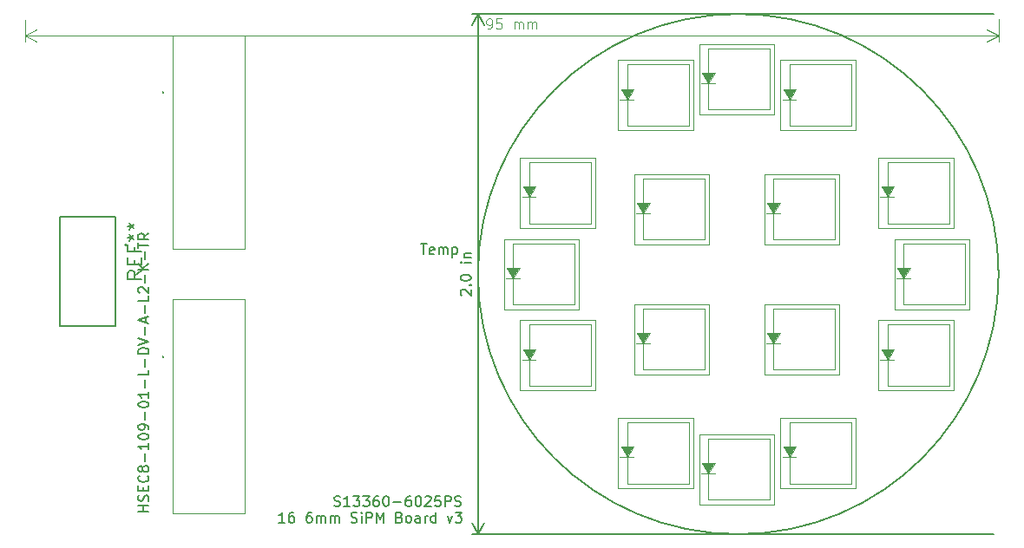
<source format=gbr>
%TF.GenerationSoftware,KiCad,Pcbnew,9.0.2*%
%TF.CreationDate,2025-05-27T17:54:28-07:00*%
%TF.ProjectId,16_6mSiPMs_9,31365f36-6d53-4695-904d-735f392e6b69,rev?*%
%TF.SameCoordinates,Original*%
%TF.FileFunction,Legend,Top*%
%TF.FilePolarity,Positive*%
%FSLAX46Y46*%
G04 Gerber Fmt 4.6, Leading zero omitted, Abs format (unit mm)*
G04 Created by KiCad (PCBNEW 9.0.2) date 2025-05-27 17:54:28*
%MOMM*%
%LPD*%
G01*
G04 APERTURE LIST*
%ADD10C,0.150000*%
%ADD11C,0.100000*%
%ADD12C,0.120000*%
%ADD13C,0.200000*%
%ADD14C,0.127000*%
G04 APERTURE END LIST*
D10*
X249000000Y-102800000D02*
G75*
G02*
X198200000Y-102800000I-25400000J0D01*
G01*
X198200000Y-102800000D02*
G75*
G02*
X249000000Y-102800000I25400000J0D01*
G01*
X184189160Y-125422200D02*
X184332017Y-125469819D01*
X184332017Y-125469819D02*
X184570112Y-125469819D01*
X184570112Y-125469819D02*
X184665350Y-125422200D01*
X184665350Y-125422200D02*
X184712969Y-125374580D01*
X184712969Y-125374580D02*
X184760588Y-125279342D01*
X184760588Y-125279342D02*
X184760588Y-125184104D01*
X184760588Y-125184104D02*
X184712969Y-125088866D01*
X184712969Y-125088866D02*
X184665350Y-125041247D01*
X184665350Y-125041247D02*
X184570112Y-124993628D01*
X184570112Y-124993628D02*
X184379636Y-124946009D01*
X184379636Y-124946009D02*
X184284398Y-124898390D01*
X184284398Y-124898390D02*
X184236779Y-124850771D01*
X184236779Y-124850771D02*
X184189160Y-124755533D01*
X184189160Y-124755533D02*
X184189160Y-124660295D01*
X184189160Y-124660295D02*
X184236779Y-124565057D01*
X184236779Y-124565057D02*
X184284398Y-124517438D01*
X184284398Y-124517438D02*
X184379636Y-124469819D01*
X184379636Y-124469819D02*
X184617731Y-124469819D01*
X184617731Y-124469819D02*
X184760588Y-124517438D01*
X185712969Y-125469819D02*
X185141541Y-125469819D01*
X185427255Y-125469819D02*
X185427255Y-124469819D01*
X185427255Y-124469819D02*
X185332017Y-124612676D01*
X185332017Y-124612676D02*
X185236779Y-124707914D01*
X185236779Y-124707914D02*
X185141541Y-124755533D01*
X186046303Y-124469819D02*
X186665350Y-124469819D01*
X186665350Y-124469819D02*
X186332017Y-124850771D01*
X186332017Y-124850771D02*
X186474874Y-124850771D01*
X186474874Y-124850771D02*
X186570112Y-124898390D01*
X186570112Y-124898390D02*
X186617731Y-124946009D01*
X186617731Y-124946009D02*
X186665350Y-125041247D01*
X186665350Y-125041247D02*
X186665350Y-125279342D01*
X186665350Y-125279342D02*
X186617731Y-125374580D01*
X186617731Y-125374580D02*
X186570112Y-125422200D01*
X186570112Y-125422200D02*
X186474874Y-125469819D01*
X186474874Y-125469819D02*
X186189160Y-125469819D01*
X186189160Y-125469819D02*
X186093922Y-125422200D01*
X186093922Y-125422200D02*
X186046303Y-125374580D01*
X186998684Y-124469819D02*
X187617731Y-124469819D01*
X187617731Y-124469819D02*
X187284398Y-124850771D01*
X187284398Y-124850771D02*
X187427255Y-124850771D01*
X187427255Y-124850771D02*
X187522493Y-124898390D01*
X187522493Y-124898390D02*
X187570112Y-124946009D01*
X187570112Y-124946009D02*
X187617731Y-125041247D01*
X187617731Y-125041247D02*
X187617731Y-125279342D01*
X187617731Y-125279342D02*
X187570112Y-125374580D01*
X187570112Y-125374580D02*
X187522493Y-125422200D01*
X187522493Y-125422200D02*
X187427255Y-125469819D01*
X187427255Y-125469819D02*
X187141541Y-125469819D01*
X187141541Y-125469819D02*
X187046303Y-125422200D01*
X187046303Y-125422200D02*
X186998684Y-125374580D01*
X188474874Y-124469819D02*
X188284398Y-124469819D01*
X188284398Y-124469819D02*
X188189160Y-124517438D01*
X188189160Y-124517438D02*
X188141541Y-124565057D01*
X188141541Y-124565057D02*
X188046303Y-124707914D01*
X188046303Y-124707914D02*
X187998684Y-124898390D01*
X187998684Y-124898390D02*
X187998684Y-125279342D01*
X187998684Y-125279342D02*
X188046303Y-125374580D01*
X188046303Y-125374580D02*
X188093922Y-125422200D01*
X188093922Y-125422200D02*
X188189160Y-125469819D01*
X188189160Y-125469819D02*
X188379636Y-125469819D01*
X188379636Y-125469819D02*
X188474874Y-125422200D01*
X188474874Y-125422200D02*
X188522493Y-125374580D01*
X188522493Y-125374580D02*
X188570112Y-125279342D01*
X188570112Y-125279342D02*
X188570112Y-125041247D01*
X188570112Y-125041247D02*
X188522493Y-124946009D01*
X188522493Y-124946009D02*
X188474874Y-124898390D01*
X188474874Y-124898390D02*
X188379636Y-124850771D01*
X188379636Y-124850771D02*
X188189160Y-124850771D01*
X188189160Y-124850771D02*
X188093922Y-124898390D01*
X188093922Y-124898390D02*
X188046303Y-124946009D01*
X188046303Y-124946009D02*
X187998684Y-125041247D01*
X189189160Y-124469819D02*
X189284398Y-124469819D01*
X189284398Y-124469819D02*
X189379636Y-124517438D01*
X189379636Y-124517438D02*
X189427255Y-124565057D01*
X189427255Y-124565057D02*
X189474874Y-124660295D01*
X189474874Y-124660295D02*
X189522493Y-124850771D01*
X189522493Y-124850771D02*
X189522493Y-125088866D01*
X189522493Y-125088866D02*
X189474874Y-125279342D01*
X189474874Y-125279342D02*
X189427255Y-125374580D01*
X189427255Y-125374580D02*
X189379636Y-125422200D01*
X189379636Y-125422200D02*
X189284398Y-125469819D01*
X189284398Y-125469819D02*
X189189160Y-125469819D01*
X189189160Y-125469819D02*
X189093922Y-125422200D01*
X189093922Y-125422200D02*
X189046303Y-125374580D01*
X189046303Y-125374580D02*
X188998684Y-125279342D01*
X188998684Y-125279342D02*
X188951065Y-125088866D01*
X188951065Y-125088866D02*
X188951065Y-124850771D01*
X188951065Y-124850771D02*
X188998684Y-124660295D01*
X188998684Y-124660295D02*
X189046303Y-124565057D01*
X189046303Y-124565057D02*
X189093922Y-124517438D01*
X189093922Y-124517438D02*
X189189160Y-124469819D01*
X189951065Y-125088866D02*
X190712970Y-125088866D01*
X191617731Y-124469819D02*
X191427255Y-124469819D01*
X191427255Y-124469819D02*
X191332017Y-124517438D01*
X191332017Y-124517438D02*
X191284398Y-124565057D01*
X191284398Y-124565057D02*
X191189160Y-124707914D01*
X191189160Y-124707914D02*
X191141541Y-124898390D01*
X191141541Y-124898390D02*
X191141541Y-125279342D01*
X191141541Y-125279342D02*
X191189160Y-125374580D01*
X191189160Y-125374580D02*
X191236779Y-125422200D01*
X191236779Y-125422200D02*
X191332017Y-125469819D01*
X191332017Y-125469819D02*
X191522493Y-125469819D01*
X191522493Y-125469819D02*
X191617731Y-125422200D01*
X191617731Y-125422200D02*
X191665350Y-125374580D01*
X191665350Y-125374580D02*
X191712969Y-125279342D01*
X191712969Y-125279342D02*
X191712969Y-125041247D01*
X191712969Y-125041247D02*
X191665350Y-124946009D01*
X191665350Y-124946009D02*
X191617731Y-124898390D01*
X191617731Y-124898390D02*
X191522493Y-124850771D01*
X191522493Y-124850771D02*
X191332017Y-124850771D01*
X191332017Y-124850771D02*
X191236779Y-124898390D01*
X191236779Y-124898390D02*
X191189160Y-124946009D01*
X191189160Y-124946009D02*
X191141541Y-125041247D01*
X192332017Y-124469819D02*
X192427255Y-124469819D01*
X192427255Y-124469819D02*
X192522493Y-124517438D01*
X192522493Y-124517438D02*
X192570112Y-124565057D01*
X192570112Y-124565057D02*
X192617731Y-124660295D01*
X192617731Y-124660295D02*
X192665350Y-124850771D01*
X192665350Y-124850771D02*
X192665350Y-125088866D01*
X192665350Y-125088866D02*
X192617731Y-125279342D01*
X192617731Y-125279342D02*
X192570112Y-125374580D01*
X192570112Y-125374580D02*
X192522493Y-125422200D01*
X192522493Y-125422200D02*
X192427255Y-125469819D01*
X192427255Y-125469819D02*
X192332017Y-125469819D01*
X192332017Y-125469819D02*
X192236779Y-125422200D01*
X192236779Y-125422200D02*
X192189160Y-125374580D01*
X192189160Y-125374580D02*
X192141541Y-125279342D01*
X192141541Y-125279342D02*
X192093922Y-125088866D01*
X192093922Y-125088866D02*
X192093922Y-124850771D01*
X192093922Y-124850771D02*
X192141541Y-124660295D01*
X192141541Y-124660295D02*
X192189160Y-124565057D01*
X192189160Y-124565057D02*
X192236779Y-124517438D01*
X192236779Y-124517438D02*
X192332017Y-124469819D01*
X193046303Y-124565057D02*
X193093922Y-124517438D01*
X193093922Y-124517438D02*
X193189160Y-124469819D01*
X193189160Y-124469819D02*
X193427255Y-124469819D01*
X193427255Y-124469819D02*
X193522493Y-124517438D01*
X193522493Y-124517438D02*
X193570112Y-124565057D01*
X193570112Y-124565057D02*
X193617731Y-124660295D01*
X193617731Y-124660295D02*
X193617731Y-124755533D01*
X193617731Y-124755533D02*
X193570112Y-124898390D01*
X193570112Y-124898390D02*
X192998684Y-125469819D01*
X192998684Y-125469819D02*
X193617731Y-125469819D01*
X194522493Y-124469819D02*
X194046303Y-124469819D01*
X194046303Y-124469819D02*
X193998684Y-124946009D01*
X193998684Y-124946009D02*
X194046303Y-124898390D01*
X194046303Y-124898390D02*
X194141541Y-124850771D01*
X194141541Y-124850771D02*
X194379636Y-124850771D01*
X194379636Y-124850771D02*
X194474874Y-124898390D01*
X194474874Y-124898390D02*
X194522493Y-124946009D01*
X194522493Y-124946009D02*
X194570112Y-125041247D01*
X194570112Y-125041247D02*
X194570112Y-125279342D01*
X194570112Y-125279342D02*
X194522493Y-125374580D01*
X194522493Y-125374580D02*
X194474874Y-125422200D01*
X194474874Y-125422200D02*
X194379636Y-125469819D01*
X194379636Y-125469819D02*
X194141541Y-125469819D01*
X194141541Y-125469819D02*
X194046303Y-125422200D01*
X194046303Y-125422200D02*
X193998684Y-125374580D01*
X194998684Y-125469819D02*
X194998684Y-124469819D01*
X194998684Y-124469819D02*
X195379636Y-124469819D01*
X195379636Y-124469819D02*
X195474874Y-124517438D01*
X195474874Y-124517438D02*
X195522493Y-124565057D01*
X195522493Y-124565057D02*
X195570112Y-124660295D01*
X195570112Y-124660295D02*
X195570112Y-124803152D01*
X195570112Y-124803152D02*
X195522493Y-124898390D01*
X195522493Y-124898390D02*
X195474874Y-124946009D01*
X195474874Y-124946009D02*
X195379636Y-124993628D01*
X195379636Y-124993628D02*
X194998684Y-124993628D01*
X195951065Y-125422200D02*
X196093922Y-125469819D01*
X196093922Y-125469819D02*
X196332017Y-125469819D01*
X196332017Y-125469819D02*
X196427255Y-125422200D01*
X196427255Y-125422200D02*
X196474874Y-125374580D01*
X196474874Y-125374580D02*
X196522493Y-125279342D01*
X196522493Y-125279342D02*
X196522493Y-125184104D01*
X196522493Y-125184104D02*
X196474874Y-125088866D01*
X196474874Y-125088866D02*
X196427255Y-125041247D01*
X196427255Y-125041247D02*
X196332017Y-124993628D01*
X196332017Y-124993628D02*
X196141541Y-124946009D01*
X196141541Y-124946009D02*
X196046303Y-124898390D01*
X196046303Y-124898390D02*
X195998684Y-124850771D01*
X195998684Y-124850771D02*
X195951065Y-124755533D01*
X195951065Y-124755533D02*
X195951065Y-124660295D01*
X195951065Y-124660295D02*
X195998684Y-124565057D01*
X195998684Y-124565057D02*
X196046303Y-124517438D01*
X196046303Y-124517438D02*
X196141541Y-124469819D01*
X196141541Y-124469819D02*
X196379636Y-124469819D01*
X196379636Y-124469819D02*
X196522493Y-124517438D01*
X192616667Y-99854819D02*
X193188095Y-99854819D01*
X192902381Y-100854819D02*
X192902381Y-99854819D01*
X193902381Y-100807200D02*
X193807143Y-100854819D01*
X193807143Y-100854819D02*
X193616667Y-100854819D01*
X193616667Y-100854819D02*
X193521429Y-100807200D01*
X193521429Y-100807200D02*
X193473810Y-100711961D01*
X193473810Y-100711961D02*
X193473810Y-100331009D01*
X193473810Y-100331009D02*
X193521429Y-100235771D01*
X193521429Y-100235771D02*
X193616667Y-100188152D01*
X193616667Y-100188152D02*
X193807143Y-100188152D01*
X193807143Y-100188152D02*
X193902381Y-100235771D01*
X193902381Y-100235771D02*
X193950000Y-100331009D01*
X193950000Y-100331009D02*
X193950000Y-100426247D01*
X193950000Y-100426247D02*
X193473810Y-100521485D01*
X194378572Y-100854819D02*
X194378572Y-100188152D01*
X194378572Y-100283390D02*
X194426191Y-100235771D01*
X194426191Y-100235771D02*
X194521429Y-100188152D01*
X194521429Y-100188152D02*
X194664286Y-100188152D01*
X194664286Y-100188152D02*
X194759524Y-100235771D01*
X194759524Y-100235771D02*
X194807143Y-100331009D01*
X194807143Y-100331009D02*
X194807143Y-100854819D01*
X194807143Y-100331009D02*
X194854762Y-100235771D01*
X194854762Y-100235771D02*
X194950000Y-100188152D01*
X194950000Y-100188152D02*
X195092857Y-100188152D01*
X195092857Y-100188152D02*
X195188096Y-100235771D01*
X195188096Y-100235771D02*
X195235715Y-100331009D01*
X195235715Y-100331009D02*
X195235715Y-100854819D01*
X195711905Y-100188152D02*
X195711905Y-101188152D01*
X195711905Y-100235771D02*
X195807143Y-100188152D01*
X195807143Y-100188152D02*
X195997619Y-100188152D01*
X195997619Y-100188152D02*
X196092857Y-100235771D01*
X196092857Y-100235771D02*
X196140476Y-100283390D01*
X196140476Y-100283390D02*
X196188095Y-100378628D01*
X196188095Y-100378628D02*
X196188095Y-100664342D01*
X196188095Y-100664342D02*
X196140476Y-100759580D01*
X196140476Y-100759580D02*
X196092857Y-100807200D01*
X196092857Y-100807200D02*
X195997619Y-100854819D01*
X195997619Y-100854819D02*
X195807143Y-100854819D01*
X195807143Y-100854819D02*
X195711905Y-100807200D01*
X179360588Y-127069819D02*
X178789160Y-127069819D01*
X179074874Y-127069819D02*
X179074874Y-126069819D01*
X179074874Y-126069819D02*
X178979636Y-126212676D01*
X178979636Y-126212676D02*
X178884398Y-126307914D01*
X178884398Y-126307914D02*
X178789160Y-126355533D01*
X180217731Y-126069819D02*
X180027255Y-126069819D01*
X180027255Y-126069819D02*
X179932017Y-126117438D01*
X179932017Y-126117438D02*
X179884398Y-126165057D01*
X179884398Y-126165057D02*
X179789160Y-126307914D01*
X179789160Y-126307914D02*
X179741541Y-126498390D01*
X179741541Y-126498390D02*
X179741541Y-126879342D01*
X179741541Y-126879342D02*
X179789160Y-126974580D01*
X179789160Y-126974580D02*
X179836779Y-127022200D01*
X179836779Y-127022200D02*
X179932017Y-127069819D01*
X179932017Y-127069819D02*
X180122493Y-127069819D01*
X180122493Y-127069819D02*
X180217731Y-127022200D01*
X180217731Y-127022200D02*
X180265350Y-126974580D01*
X180265350Y-126974580D02*
X180312969Y-126879342D01*
X180312969Y-126879342D02*
X180312969Y-126641247D01*
X180312969Y-126641247D02*
X180265350Y-126546009D01*
X180265350Y-126546009D02*
X180217731Y-126498390D01*
X180217731Y-126498390D02*
X180122493Y-126450771D01*
X180122493Y-126450771D02*
X179932017Y-126450771D01*
X179932017Y-126450771D02*
X179836779Y-126498390D01*
X179836779Y-126498390D02*
X179789160Y-126546009D01*
X179789160Y-126546009D02*
X179741541Y-126641247D01*
X181932017Y-126069819D02*
X181741541Y-126069819D01*
X181741541Y-126069819D02*
X181646303Y-126117438D01*
X181646303Y-126117438D02*
X181598684Y-126165057D01*
X181598684Y-126165057D02*
X181503446Y-126307914D01*
X181503446Y-126307914D02*
X181455827Y-126498390D01*
X181455827Y-126498390D02*
X181455827Y-126879342D01*
X181455827Y-126879342D02*
X181503446Y-126974580D01*
X181503446Y-126974580D02*
X181551065Y-127022200D01*
X181551065Y-127022200D02*
X181646303Y-127069819D01*
X181646303Y-127069819D02*
X181836779Y-127069819D01*
X181836779Y-127069819D02*
X181932017Y-127022200D01*
X181932017Y-127022200D02*
X181979636Y-126974580D01*
X181979636Y-126974580D02*
X182027255Y-126879342D01*
X182027255Y-126879342D02*
X182027255Y-126641247D01*
X182027255Y-126641247D02*
X181979636Y-126546009D01*
X181979636Y-126546009D02*
X181932017Y-126498390D01*
X181932017Y-126498390D02*
X181836779Y-126450771D01*
X181836779Y-126450771D02*
X181646303Y-126450771D01*
X181646303Y-126450771D02*
X181551065Y-126498390D01*
X181551065Y-126498390D02*
X181503446Y-126546009D01*
X181503446Y-126546009D02*
X181455827Y-126641247D01*
X182455827Y-127069819D02*
X182455827Y-126403152D01*
X182455827Y-126498390D02*
X182503446Y-126450771D01*
X182503446Y-126450771D02*
X182598684Y-126403152D01*
X182598684Y-126403152D02*
X182741541Y-126403152D01*
X182741541Y-126403152D02*
X182836779Y-126450771D01*
X182836779Y-126450771D02*
X182884398Y-126546009D01*
X182884398Y-126546009D02*
X182884398Y-127069819D01*
X182884398Y-126546009D02*
X182932017Y-126450771D01*
X182932017Y-126450771D02*
X183027255Y-126403152D01*
X183027255Y-126403152D02*
X183170112Y-126403152D01*
X183170112Y-126403152D02*
X183265351Y-126450771D01*
X183265351Y-126450771D02*
X183312970Y-126546009D01*
X183312970Y-126546009D02*
X183312970Y-127069819D01*
X183789160Y-127069819D02*
X183789160Y-126403152D01*
X183789160Y-126498390D02*
X183836779Y-126450771D01*
X183836779Y-126450771D02*
X183932017Y-126403152D01*
X183932017Y-126403152D02*
X184074874Y-126403152D01*
X184074874Y-126403152D02*
X184170112Y-126450771D01*
X184170112Y-126450771D02*
X184217731Y-126546009D01*
X184217731Y-126546009D02*
X184217731Y-127069819D01*
X184217731Y-126546009D02*
X184265350Y-126450771D01*
X184265350Y-126450771D02*
X184360588Y-126403152D01*
X184360588Y-126403152D02*
X184503445Y-126403152D01*
X184503445Y-126403152D02*
X184598684Y-126450771D01*
X184598684Y-126450771D02*
X184646303Y-126546009D01*
X184646303Y-126546009D02*
X184646303Y-127069819D01*
X185836779Y-127022200D02*
X185979636Y-127069819D01*
X185979636Y-127069819D02*
X186217731Y-127069819D01*
X186217731Y-127069819D02*
X186312969Y-127022200D01*
X186312969Y-127022200D02*
X186360588Y-126974580D01*
X186360588Y-126974580D02*
X186408207Y-126879342D01*
X186408207Y-126879342D02*
X186408207Y-126784104D01*
X186408207Y-126784104D02*
X186360588Y-126688866D01*
X186360588Y-126688866D02*
X186312969Y-126641247D01*
X186312969Y-126641247D02*
X186217731Y-126593628D01*
X186217731Y-126593628D02*
X186027255Y-126546009D01*
X186027255Y-126546009D02*
X185932017Y-126498390D01*
X185932017Y-126498390D02*
X185884398Y-126450771D01*
X185884398Y-126450771D02*
X185836779Y-126355533D01*
X185836779Y-126355533D02*
X185836779Y-126260295D01*
X185836779Y-126260295D02*
X185884398Y-126165057D01*
X185884398Y-126165057D02*
X185932017Y-126117438D01*
X185932017Y-126117438D02*
X186027255Y-126069819D01*
X186027255Y-126069819D02*
X186265350Y-126069819D01*
X186265350Y-126069819D02*
X186408207Y-126117438D01*
X186836779Y-127069819D02*
X186836779Y-126403152D01*
X186836779Y-126069819D02*
X186789160Y-126117438D01*
X186789160Y-126117438D02*
X186836779Y-126165057D01*
X186836779Y-126165057D02*
X186884398Y-126117438D01*
X186884398Y-126117438D02*
X186836779Y-126069819D01*
X186836779Y-126069819D02*
X186836779Y-126165057D01*
X187312969Y-127069819D02*
X187312969Y-126069819D01*
X187312969Y-126069819D02*
X187693921Y-126069819D01*
X187693921Y-126069819D02*
X187789159Y-126117438D01*
X187789159Y-126117438D02*
X187836778Y-126165057D01*
X187836778Y-126165057D02*
X187884397Y-126260295D01*
X187884397Y-126260295D02*
X187884397Y-126403152D01*
X187884397Y-126403152D02*
X187836778Y-126498390D01*
X187836778Y-126498390D02*
X187789159Y-126546009D01*
X187789159Y-126546009D02*
X187693921Y-126593628D01*
X187693921Y-126593628D02*
X187312969Y-126593628D01*
X188312969Y-127069819D02*
X188312969Y-126069819D01*
X188312969Y-126069819D02*
X188646302Y-126784104D01*
X188646302Y-126784104D02*
X188979635Y-126069819D01*
X188979635Y-126069819D02*
X188979635Y-127069819D01*
X190551064Y-126546009D02*
X190693921Y-126593628D01*
X190693921Y-126593628D02*
X190741540Y-126641247D01*
X190741540Y-126641247D02*
X190789159Y-126736485D01*
X190789159Y-126736485D02*
X190789159Y-126879342D01*
X190789159Y-126879342D02*
X190741540Y-126974580D01*
X190741540Y-126974580D02*
X190693921Y-127022200D01*
X190693921Y-127022200D02*
X190598683Y-127069819D01*
X190598683Y-127069819D02*
X190217731Y-127069819D01*
X190217731Y-127069819D02*
X190217731Y-126069819D01*
X190217731Y-126069819D02*
X190551064Y-126069819D01*
X190551064Y-126069819D02*
X190646302Y-126117438D01*
X190646302Y-126117438D02*
X190693921Y-126165057D01*
X190693921Y-126165057D02*
X190741540Y-126260295D01*
X190741540Y-126260295D02*
X190741540Y-126355533D01*
X190741540Y-126355533D02*
X190693921Y-126450771D01*
X190693921Y-126450771D02*
X190646302Y-126498390D01*
X190646302Y-126498390D02*
X190551064Y-126546009D01*
X190551064Y-126546009D02*
X190217731Y-126546009D01*
X191360588Y-127069819D02*
X191265350Y-127022200D01*
X191265350Y-127022200D02*
X191217731Y-126974580D01*
X191217731Y-126974580D02*
X191170112Y-126879342D01*
X191170112Y-126879342D02*
X191170112Y-126593628D01*
X191170112Y-126593628D02*
X191217731Y-126498390D01*
X191217731Y-126498390D02*
X191265350Y-126450771D01*
X191265350Y-126450771D02*
X191360588Y-126403152D01*
X191360588Y-126403152D02*
X191503445Y-126403152D01*
X191503445Y-126403152D02*
X191598683Y-126450771D01*
X191598683Y-126450771D02*
X191646302Y-126498390D01*
X191646302Y-126498390D02*
X191693921Y-126593628D01*
X191693921Y-126593628D02*
X191693921Y-126879342D01*
X191693921Y-126879342D02*
X191646302Y-126974580D01*
X191646302Y-126974580D02*
X191598683Y-127022200D01*
X191598683Y-127022200D02*
X191503445Y-127069819D01*
X191503445Y-127069819D02*
X191360588Y-127069819D01*
X192551064Y-127069819D02*
X192551064Y-126546009D01*
X192551064Y-126546009D02*
X192503445Y-126450771D01*
X192503445Y-126450771D02*
X192408207Y-126403152D01*
X192408207Y-126403152D02*
X192217731Y-126403152D01*
X192217731Y-126403152D02*
X192122493Y-126450771D01*
X192551064Y-127022200D02*
X192455826Y-127069819D01*
X192455826Y-127069819D02*
X192217731Y-127069819D01*
X192217731Y-127069819D02*
X192122493Y-127022200D01*
X192122493Y-127022200D02*
X192074874Y-126926961D01*
X192074874Y-126926961D02*
X192074874Y-126831723D01*
X192074874Y-126831723D02*
X192122493Y-126736485D01*
X192122493Y-126736485D02*
X192217731Y-126688866D01*
X192217731Y-126688866D02*
X192455826Y-126688866D01*
X192455826Y-126688866D02*
X192551064Y-126641247D01*
X193027255Y-127069819D02*
X193027255Y-126403152D01*
X193027255Y-126593628D02*
X193074874Y-126498390D01*
X193074874Y-126498390D02*
X193122493Y-126450771D01*
X193122493Y-126450771D02*
X193217731Y-126403152D01*
X193217731Y-126403152D02*
X193312969Y-126403152D01*
X194074874Y-127069819D02*
X194074874Y-126069819D01*
X194074874Y-127022200D02*
X193979636Y-127069819D01*
X193979636Y-127069819D02*
X193789160Y-127069819D01*
X193789160Y-127069819D02*
X193693922Y-127022200D01*
X193693922Y-127022200D02*
X193646303Y-126974580D01*
X193646303Y-126974580D02*
X193598684Y-126879342D01*
X193598684Y-126879342D02*
X193598684Y-126593628D01*
X193598684Y-126593628D02*
X193646303Y-126498390D01*
X193646303Y-126498390D02*
X193693922Y-126450771D01*
X193693922Y-126450771D02*
X193789160Y-126403152D01*
X193789160Y-126403152D02*
X193979636Y-126403152D01*
X193979636Y-126403152D02*
X194074874Y-126450771D01*
X195217732Y-126403152D02*
X195455827Y-127069819D01*
X195455827Y-127069819D02*
X195693922Y-126403152D01*
X195979637Y-126069819D02*
X196598684Y-126069819D01*
X196598684Y-126069819D02*
X196265351Y-126450771D01*
X196265351Y-126450771D02*
X196408208Y-126450771D01*
X196408208Y-126450771D02*
X196503446Y-126498390D01*
X196503446Y-126498390D02*
X196551065Y-126546009D01*
X196551065Y-126546009D02*
X196598684Y-126641247D01*
X196598684Y-126641247D02*
X196598684Y-126879342D01*
X196598684Y-126879342D02*
X196551065Y-126974580D01*
X196551065Y-126974580D02*
X196503446Y-127022200D01*
X196503446Y-127022200D02*
X196408208Y-127069819D01*
X196408208Y-127069819D02*
X196122494Y-127069819D01*
X196122494Y-127069819D02*
X196027256Y-127022200D01*
X196027256Y-127022200D02*
X195979637Y-126974580D01*
X166069819Y-125963220D02*
X165069819Y-125963220D01*
X165546009Y-125963220D02*
X165546009Y-125391792D01*
X166069819Y-125391792D02*
X165069819Y-125391792D01*
X166022200Y-124963220D02*
X166069819Y-124820363D01*
X166069819Y-124820363D02*
X166069819Y-124582268D01*
X166069819Y-124582268D02*
X166022200Y-124487030D01*
X166022200Y-124487030D02*
X165974580Y-124439411D01*
X165974580Y-124439411D02*
X165879342Y-124391792D01*
X165879342Y-124391792D02*
X165784104Y-124391792D01*
X165784104Y-124391792D02*
X165688866Y-124439411D01*
X165688866Y-124439411D02*
X165641247Y-124487030D01*
X165641247Y-124487030D02*
X165593628Y-124582268D01*
X165593628Y-124582268D02*
X165546009Y-124772744D01*
X165546009Y-124772744D02*
X165498390Y-124867982D01*
X165498390Y-124867982D02*
X165450771Y-124915601D01*
X165450771Y-124915601D02*
X165355533Y-124963220D01*
X165355533Y-124963220D02*
X165260295Y-124963220D01*
X165260295Y-124963220D02*
X165165057Y-124915601D01*
X165165057Y-124915601D02*
X165117438Y-124867982D01*
X165117438Y-124867982D02*
X165069819Y-124772744D01*
X165069819Y-124772744D02*
X165069819Y-124534649D01*
X165069819Y-124534649D02*
X165117438Y-124391792D01*
X165546009Y-123963220D02*
X165546009Y-123629887D01*
X166069819Y-123487030D02*
X166069819Y-123963220D01*
X166069819Y-123963220D02*
X165069819Y-123963220D01*
X165069819Y-123963220D02*
X165069819Y-123487030D01*
X165974580Y-122487030D02*
X166022200Y-122534649D01*
X166022200Y-122534649D02*
X166069819Y-122677506D01*
X166069819Y-122677506D02*
X166069819Y-122772744D01*
X166069819Y-122772744D02*
X166022200Y-122915601D01*
X166022200Y-122915601D02*
X165926961Y-123010839D01*
X165926961Y-123010839D02*
X165831723Y-123058458D01*
X165831723Y-123058458D02*
X165641247Y-123106077D01*
X165641247Y-123106077D02*
X165498390Y-123106077D01*
X165498390Y-123106077D02*
X165307914Y-123058458D01*
X165307914Y-123058458D02*
X165212676Y-123010839D01*
X165212676Y-123010839D02*
X165117438Y-122915601D01*
X165117438Y-122915601D02*
X165069819Y-122772744D01*
X165069819Y-122772744D02*
X165069819Y-122677506D01*
X165069819Y-122677506D02*
X165117438Y-122534649D01*
X165117438Y-122534649D02*
X165165057Y-122487030D01*
X165498390Y-121915601D02*
X165450771Y-122010839D01*
X165450771Y-122010839D02*
X165403152Y-122058458D01*
X165403152Y-122058458D02*
X165307914Y-122106077D01*
X165307914Y-122106077D02*
X165260295Y-122106077D01*
X165260295Y-122106077D02*
X165165057Y-122058458D01*
X165165057Y-122058458D02*
X165117438Y-122010839D01*
X165117438Y-122010839D02*
X165069819Y-121915601D01*
X165069819Y-121915601D02*
X165069819Y-121725125D01*
X165069819Y-121725125D02*
X165117438Y-121629887D01*
X165117438Y-121629887D02*
X165165057Y-121582268D01*
X165165057Y-121582268D02*
X165260295Y-121534649D01*
X165260295Y-121534649D02*
X165307914Y-121534649D01*
X165307914Y-121534649D02*
X165403152Y-121582268D01*
X165403152Y-121582268D02*
X165450771Y-121629887D01*
X165450771Y-121629887D02*
X165498390Y-121725125D01*
X165498390Y-121725125D02*
X165498390Y-121915601D01*
X165498390Y-121915601D02*
X165546009Y-122010839D01*
X165546009Y-122010839D02*
X165593628Y-122058458D01*
X165593628Y-122058458D02*
X165688866Y-122106077D01*
X165688866Y-122106077D02*
X165879342Y-122106077D01*
X165879342Y-122106077D02*
X165974580Y-122058458D01*
X165974580Y-122058458D02*
X166022200Y-122010839D01*
X166022200Y-122010839D02*
X166069819Y-121915601D01*
X166069819Y-121915601D02*
X166069819Y-121725125D01*
X166069819Y-121725125D02*
X166022200Y-121629887D01*
X166022200Y-121629887D02*
X165974580Y-121582268D01*
X165974580Y-121582268D02*
X165879342Y-121534649D01*
X165879342Y-121534649D02*
X165688866Y-121534649D01*
X165688866Y-121534649D02*
X165593628Y-121582268D01*
X165593628Y-121582268D02*
X165546009Y-121629887D01*
X165546009Y-121629887D02*
X165498390Y-121725125D01*
X165688866Y-121106077D02*
X165688866Y-120344173D01*
X166069819Y-119344173D02*
X166069819Y-119915601D01*
X166069819Y-119629887D02*
X165069819Y-119629887D01*
X165069819Y-119629887D02*
X165212676Y-119725125D01*
X165212676Y-119725125D02*
X165307914Y-119820363D01*
X165307914Y-119820363D02*
X165355533Y-119915601D01*
X165069819Y-118725125D02*
X165069819Y-118629887D01*
X165069819Y-118629887D02*
X165117438Y-118534649D01*
X165117438Y-118534649D02*
X165165057Y-118487030D01*
X165165057Y-118487030D02*
X165260295Y-118439411D01*
X165260295Y-118439411D02*
X165450771Y-118391792D01*
X165450771Y-118391792D02*
X165688866Y-118391792D01*
X165688866Y-118391792D02*
X165879342Y-118439411D01*
X165879342Y-118439411D02*
X165974580Y-118487030D01*
X165974580Y-118487030D02*
X166022200Y-118534649D01*
X166022200Y-118534649D02*
X166069819Y-118629887D01*
X166069819Y-118629887D02*
X166069819Y-118725125D01*
X166069819Y-118725125D02*
X166022200Y-118820363D01*
X166022200Y-118820363D02*
X165974580Y-118867982D01*
X165974580Y-118867982D02*
X165879342Y-118915601D01*
X165879342Y-118915601D02*
X165688866Y-118963220D01*
X165688866Y-118963220D02*
X165450771Y-118963220D01*
X165450771Y-118963220D02*
X165260295Y-118915601D01*
X165260295Y-118915601D02*
X165165057Y-118867982D01*
X165165057Y-118867982D02*
X165117438Y-118820363D01*
X165117438Y-118820363D02*
X165069819Y-118725125D01*
X166069819Y-117915601D02*
X166069819Y-117725125D01*
X166069819Y-117725125D02*
X166022200Y-117629887D01*
X166022200Y-117629887D02*
X165974580Y-117582268D01*
X165974580Y-117582268D02*
X165831723Y-117487030D01*
X165831723Y-117487030D02*
X165641247Y-117439411D01*
X165641247Y-117439411D02*
X165260295Y-117439411D01*
X165260295Y-117439411D02*
X165165057Y-117487030D01*
X165165057Y-117487030D02*
X165117438Y-117534649D01*
X165117438Y-117534649D02*
X165069819Y-117629887D01*
X165069819Y-117629887D02*
X165069819Y-117820363D01*
X165069819Y-117820363D02*
X165117438Y-117915601D01*
X165117438Y-117915601D02*
X165165057Y-117963220D01*
X165165057Y-117963220D02*
X165260295Y-118010839D01*
X165260295Y-118010839D02*
X165498390Y-118010839D01*
X165498390Y-118010839D02*
X165593628Y-117963220D01*
X165593628Y-117963220D02*
X165641247Y-117915601D01*
X165641247Y-117915601D02*
X165688866Y-117820363D01*
X165688866Y-117820363D02*
X165688866Y-117629887D01*
X165688866Y-117629887D02*
X165641247Y-117534649D01*
X165641247Y-117534649D02*
X165593628Y-117487030D01*
X165593628Y-117487030D02*
X165498390Y-117439411D01*
X165688866Y-117010839D02*
X165688866Y-116248935D01*
X165069819Y-115582268D02*
X165069819Y-115487030D01*
X165069819Y-115487030D02*
X165117438Y-115391792D01*
X165117438Y-115391792D02*
X165165057Y-115344173D01*
X165165057Y-115344173D02*
X165260295Y-115296554D01*
X165260295Y-115296554D02*
X165450771Y-115248935D01*
X165450771Y-115248935D02*
X165688866Y-115248935D01*
X165688866Y-115248935D02*
X165879342Y-115296554D01*
X165879342Y-115296554D02*
X165974580Y-115344173D01*
X165974580Y-115344173D02*
X166022200Y-115391792D01*
X166022200Y-115391792D02*
X166069819Y-115487030D01*
X166069819Y-115487030D02*
X166069819Y-115582268D01*
X166069819Y-115582268D02*
X166022200Y-115677506D01*
X166022200Y-115677506D02*
X165974580Y-115725125D01*
X165974580Y-115725125D02*
X165879342Y-115772744D01*
X165879342Y-115772744D02*
X165688866Y-115820363D01*
X165688866Y-115820363D02*
X165450771Y-115820363D01*
X165450771Y-115820363D02*
X165260295Y-115772744D01*
X165260295Y-115772744D02*
X165165057Y-115725125D01*
X165165057Y-115725125D02*
X165117438Y-115677506D01*
X165117438Y-115677506D02*
X165069819Y-115582268D01*
X166069819Y-114296554D02*
X166069819Y-114867982D01*
X166069819Y-114582268D02*
X165069819Y-114582268D01*
X165069819Y-114582268D02*
X165212676Y-114677506D01*
X165212676Y-114677506D02*
X165307914Y-114772744D01*
X165307914Y-114772744D02*
X165355533Y-114867982D01*
X165688866Y-113867982D02*
X165688866Y-113106078D01*
X166069819Y-112153697D02*
X166069819Y-112629887D01*
X166069819Y-112629887D02*
X165069819Y-112629887D01*
X165688866Y-111820363D02*
X165688866Y-111058459D01*
X166069819Y-110582268D02*
X165069819Y-110582268D01*
X165069819Y-110582268D02*
X165069819Y-110344173D01*
X165069819Y-110344173D02*
X165117438Y-110201316D01*
X165117438Y-110201316D02*
X165212676Y-110106078D01*
X165212676Y-110106078D02*
X165307914Y-110058459D01*
X165307914Y-110058459D02*
X165498390Y-110010840D01*
X165498390Y-110010840D02*
X165641247Y-110010840D01*
X165641247Y-110010840D02*
X165831723Y-110058459D01*
X165831723Y-110058459D02*
X165926961Y-110106078D01*
X165926961Y-110106078D02*
X166022200Y-110201316D01*
X166022200Y-110201316D02*
X166069819Y-110344173D01*
X166069819Y-110344173D02*
X166069819Y-110582268D01*
X165069819Y-109725125D02*
X166069819Y-109391792D01*
X166069819Y-109391792D02*
X165069819Y-109058459D01*
X165688866Y-108725125D02*
X165688866Y-107963221D01*
X165784104Y-107534649D02*
X165784104Y-107058459D01*
X166069819Y-107629887D02*
X165069819Y-107296554D01*
X165069819Y-107296554D02*
X166069819Y-106963221D01*
X165688866Y-106629887D02*
X165688866Y-105867983D01*
X166069819Y-104915602D02*
X166069819Y-105391792D01*
X166069819Y-105391792D02*
X165069819Y-105391792D01*
X165165057Y-104629887D02*
X165117438Y-104582268D01*
X165117438Y-104582268D02*
X165069819Y-104487030D01*
X165069819Y-104487030D02*
X165069819Y-104248935D01*
X165069819Y-104248935D02*
X165117438Y-104153697D01*
X165117438Y-104153697D02*
X165165057Y-104106078D01*
X165165057Y-104106078D02*
X165260295Y-104058459D01*
X165260295Y-104058459D02*
X165355533Y-104058459D01*
X165355533Y-104058459D02*
X165498390Y-104106078D01*
X165498390Y-104106078D02*
X166069819Y-104677506D01*
X166069819Y-104677506D02*
X166069819Y-104058459D01*
X165688866Y-103629887D02*
X165688866Y-102867983D01*
X166069819Y-102391792D02*
X165069819Y-102391792D01*
X166069819Y-101820364D02*
X165498390Y-102248935D01*
X165069819Y-101820364D02*
X165641247Y-102391792D01*
X165688866Y-101391792D02*
X165688866Y-100629888D01*
X165069819Y-100296554D02*
X165069819Y-99725126D01*
X166069819Y-100010840D02*
X165069819Y-100010840D01*
X166069819Y-98820364D02*
X165593628Y-99153697D01*
X166069819Y-99391792D02*
X165069819Y-99391792D01*
X165069819Y-99391792D02*
X165069819Y-99010840D01*
X165069819Y-99010840D02*
X165117438Y-98915602D01*
X165117438Y-98915602D02*
X165165057Y-98867983D01*
X165165057Y-98867983D02*
X165260295Y-98820364D01*
X165260295Y-98820364D02*
X165403152Y-98820364D01*
X165403152Y-98820364D02*
X165498390Y-98867983D01*
X165498390Y-98867983D02*
X165546009Y-98915602D01*
X165546009Y-98915602D02*
X165593628Y-99010840D01*
X165593628Y-99010840D02*
X165593628Y-99391792D01*
X196600057Y-104871427D02*
X196552438Y-104823808D01*
X196552438Y-104823808D02*
X196504819Y-104728570D01*
X196504819Y-104728570D02*
X196504819Y-104490475D01*
X196504819Y-104490475D02*
X196552438Y-104395237D01*
X196552438Y-104395237D02*
X196600057Y-104347618D01*
X196600057Y-104347618D02*
X196695295Y-104299999D01*
X196695295Y-104299999D02*
X196790533Y-104299999D01*
X196790533Y-104299999D02*
X196933390Y-104347618D01*
X196933390Y-104347618D02*
X197504819Y-104919046D01*
X197504819Y-104919046D02*
X197504819Y-104299999D01*
X197409580Y-103871427D02*
X197457200Y-103823808D01*
X197457200Y-103823808D02*
X197504819Y-103871427D01*
X197504819Y-103871427D02*
X197457200Y-103919046D01*
X197457200Y-103919046D02*
X197409580Y-103871427D01*
X197409580Y-103871427D02*
X197504819Y-103871427D01*
X196504819Y-103204761D02*
X196504819Y-103109523D01*
X196504819Y-103109523D02*
X196552438Y-103014285D01*
X196552438Y-103014285D02*
X196600057Y-102966666D01*
X196600057Y-102966666D02*
X196695295Y-102919047D01*
X196695295Y-102919047D02*
X196885771Y-102871428D01*
X196885771Y-102871428D02*
X197123866Y-102871428D01*
X197123866Y-102871428D02*
X197314342Y-102919047D01*
X197314342Y-102919047D02*
X197409580Y-102966666D01*
X197409580Y-102966666D02*
X197457200Y-103014285D01*
X197457200Y-103014285D02*
X197504819Y-103109523D01*
X197504819Y-103109523D02*
X197504819Y-103204761D01*
X197504819Y-103204761D02*
X197457200Y-103299999D01*
X197457200Y-103299999D02*
X197409580Y-103347618D01*
X197409580Y-103347618D02*
X197314342Y-103395237D01*
X197314342Y-103395237D02*
X197123866Y-103442856D01*
X197123866Y-103442856D02*
X196885771Y-103442856D01*
X196885771Y-103442856D02*
X196695295Y-103395237D01*
X196695295Y-103395237D02*
X196600057Y-103347618D01*
X196600057Y-103347618D02*
X196552438Y-103299999D01*
X196552438Y-103299999D02*
X196504819Y-103204761D01*
X197504819Y-101680951D02*
X196838152Y-101680951D01*
X196504819Y-101680951D02*
X196552438Y-101728570D01*
X196552438Y-101728570D02*
X196600057Y-101680951D01*
X196600057Y-101680951D02*
X196552438Y-101633332D01*
X196552438Y-101633332D02*
X196504819Y-101680951D01*
X196504819Y-101680951D02*
X196600057Y-101680951D01*
X196838152Y-101204761D02*
X197504819Y-101204761D01*
X196933390Y-101204761D02*
X196885771Y-101157142D01*
X196885771Y-101157142D02*
X196838152Y-101061904D01*
X196838152Y-101061904D02*
X196838152Y-100919047D01*
X196838152Y-100919047D02*
X196885771Y-100823809D01*
X196885771Y-100823809D02*
X196981009Y-100776190D01*
X196981009Y-100776190D02*
X197504819Y-100776190D01*
X248500000Y-128200000D02*
X197613580Y-128200000D01*
X248500000Y-77400000D02*
X197613580Y-77400000D01*
X198200000Y-128200000D02*
X198200000Y-77400000D01*
X198200000Y-128200000D02*
X197613579Y-127073496D01*
X198200000Y-128200000D02*
X198786421Y-127073496D01*
X198200000Y-77400000D02*
X198786421Y-78526504D01*
X198200000Y-77400000D02*
X197613579Y-78526504D01*
D11*
X199119048Y-78857419D02*
X199309524Y-78857419D01*
X199309524Y-78857419D02*
X199404762Y-78809800D01*
X199404762Y-78809800D02*
X199452381Y-78762180D01*
X199452381Y-78762180D02*
X199547619Y-78619323D01*
X199547619Y-78619323D02*
X199595238Y-78428847D01*
X199595238Y-78428847D02*
X199595238Y-78047895D01*
X199595238Y-78047895D02*
X199547619Y-77952657D01*
X199547619Y-77952657D02*
X199500000Y-77905038D01*
X199500000Y-77905038D02*
X199404762Y-77857419D01*
X199404762Y-77857419D02*
X199214286Y-77857419D01*
X199214286Y-77857419D02*
X199119048Y-77905038D01*
X199119048Y-77905038D02*
X199071429Y-77952657D01*
X199071429Y-77952657D02*
X199023810Y-78047895D01*
X199023810Y-78047895D02*
X199023810Y-78285990D01*
X199023810Y-78285990D02*
X199071429Y-78381228D01*
X199071429Y-78381228D02*
X199119048Y-78428847D01*
X199119048Y-78428847D02*
X199214286Y-78476466D01*
X199214286Y-78476466D02*
X199404762Y-78476466D01*
X199404762Y-78476466D02*
X199500000Y-78428847D01*
X199500000Y-78428847D02*
X199547619Y-78381228D01*
X199547619Y-78381228D02*
X199595238Y-78285990D01*
X200500000Y-77857419D02*
X200023810Y-77857419D01*
X200023810Y-77857419D02*
X199976191Y-78333609D01*
X199976191Y-78333609D02*
X200023810Y-78285990D01*
X200023810Y-78285990D02*
X200119048Y-78238371D01*
X200119048Y-78238371D02*
X200357143Y-78238371D01*
X200357143Y-78238371D02*
X200452381Y-78285990D01*
X200452381Y-78285990D02*
X200500000Y-78333609D01*
X200500000Y-78333609D02*
X200547619Y-78428847D01*
X200547619Y-78428847D02*
X200547619Y-78666942D01*
X200547619Y-78666942D02*
X200500000Y-78762180D01*
X200500000Y-78762180D02*
X200452381Y-78809800D01*
X200452381Y-78809800D02*
X200357143Y-78857419D01*
X200357143Y-78857419D02*
X200119048Y-78857419D01*
X200119048Y-78857419D02*
X200023810Y-78809800D01*
X200023810Y-78809800D02*
X199976191Y-78762180D01*
X201738096Y-78857419D02*
X201738096Y-78190752D01*
X201738096Y-78285990D02*
X201785715Y-78238371D01*
X201785715Y-78238371D02*
X201880953Y-78190752D01*
X201880953Y-78190752D02*
X202023810Y-78190752D01*
X202023810Y-78190752D02*
X202119048Y-78238371D01*
X202119048Y-78238371D02*
X202166667Y-78333609D01*
X202166667Y-78333609D02*
X202166667Y-78857419D01*
X202166667Y-78333609D02*
X202214286Y-78238371D01*
X202214286Y-78238371D02*
X202309524Y-78190752D01*
X202309524Y-78190752D02*
X202452381Y-78190752D01*
X202452381Y-78190752D02*
X202547620Y-78238371D01*
X202547620Y-78238371D02*
X202595239Y-78333609D01*
X202595239Y-78333609D02*
X202595239Y-78857419D01*
X203071429Y-78857419D02*
X203071429Y-78190752D01*
X203071429Y-78285990D02*
X203119048Y-78238371D01*
X203119048Y-78238371D02*
X203214286Y-78190752D01*
X203214286Y-78190752D02*
X203357143Y-78190752D01*
X203357143Y-78190752D02*
X203452381Y-78238371D01*
X203452381Y-78238371D02*
X203500000Y-78333609D01*
X203500000Y-78333609D02*
X203500000Y-78857419D01*
X203500000Y-78333609D02*
X203547619Y-78238371D01*
X203547619Y-78238371D02*
X203642857Y-78190752D01*
X203642857Y-78190752D02*
X203785714Y-78190752D01*
X203785714Y-78190752D02*
X203880953Y-78238371D01*
X203880953Y-78238371D02*
X203928572Y-78333609D01*
X203928572Y-78333609D02*
X203928572Y-78857419D01*
X249000000Y-77900000D02*
X249000000Y-80086420D01*
X154000000Y-80086420D02*
X154000000Y-78000000D01*
X249000000Y-79500000D02*
X154000000Y-79500000D01*
X249000000Y-79500000D02*
X247873496Y-80086421D01*
X249000000Y-79500000D02*
X247873496Y-78913579D01*
X154000000Y-79500000D02*
X155126504Y-78913579D01*
X154000000Y-79500000D02*
X155126504Y-80086421D01*
D10*
X165399077Y-102477665D02*
X164732384Y-102944350D01*
X165399077Y-103277696D02*
X163999022Y-103277696D01*
X163999022Y-103277696D02*
X163999022Y-102744342D01*
X163999022Y-102744342D02*
X164065691Y-102611003D01*
X164065691Y-102611003D02*
X164132360Y-102544334D01*
X164132360Y-102544334D02*
X164265699Y-102477665D01*
X164265699Y-102477665D02*
X164465707Y-102477665D01*
X164465707Y-102477665D02*
X164599045Y-102544334D01*
X164599045Y-102544334D02*
X164665715Y-102611003D01*
X164665715Y-102611003D02*
X164732384Y-102744342D01*
X164732384Y-102744342D02*
X164732384Y-103277696D01*
X164665715Y-101877641D02*
X164665715Y-101410956D01*
X165399077Y-101210948D02*
X165399077Y-101877641D01*
X165399077Y-101877641D02*
X163999022Y-101877641D01*
X163999022Y-101877641D02*
X163999022Y-101210948D01*
X164665715Y-100144240D02*
X164665715Y-100610925D01*
X165399077Y-100610925D02*
X163999022Y-100610925D01*
X163999022Y-100610925D02*
X163999022Y-99944232D01*
X163999022Y-99210870D02*
X164332368Y-99210870D01*
X164199030Y-99544217D02*
X164332368Y-99210870D01*
X164332368Y-99210870D02*
X164199030Y-98877524D01*
X164599045Y-99410878D02*
X164332368Y-99210870D01*
X164332368Y-99210870D02*
X164599045Y-99010862D01*
X163999022Y-98144161D02*
X164332368Y-98144161D01*
X164199030Y-98477508D02*
X164332368Y-98144161D01*
X164332368Y-98144161D02*
X164199030Y-97810815D01*
X164599045Y-98344169D02*
X164332368Y-98144161D01*
X164332368Y-98144161D02*
X164599045Y-97944153D01*
D12*
%TO.C,REF\u002A\u002A*%
X220700000Y-123350000D02*
X220700000Y-120350000D01*
X221300000Y-122250000D02*
X220000000Y-122250000D01*
X220700000Y-122250000D02*
X220100000Y-121250000D01*
X221300000Y-121250000D01*
X220700000Y-122250000D01*
G36*
X220700000Y-122250000D02*
G01*
X220100000Y-121250000D01*
X221300000Y-121250000D01*
X220700000Y-122250000D01*
G37*
%TO.C,REF\u002A\u002A10*%
X227712500Y-116837500D02*
X235062500Y-116837500D01*
X235062500Y-123687500D01*
X227712500Y-123687500D01*
X227712500Y-116837500D01*
X228637500Y-117262500D02*
X234637500Y-117262500D01*
X234637500Y-123262500D01*
X228637500Y-123262500D01*
X228637500Y-117262500D01*
X202312500Y-91437500D02*
X209662500Y-91437500D01*
X209662500Y-98287500D01*
X202312500Y-98287500D01*
X202312500Y-91437500D01*
X203237500Y-91862500D02*
X209237500Y-91862500D01*
X209237500Y-97862500D01*
X203237500Y-97862500D01*
X203237500Y-91862500D01*
%TO.C,REF\u002A\u002A*%
X228637500Y-121762500D02*
X228637500Y-118762500D01*
X229237500Y-120662500D02*
X227937500Y-120662500D01*
X228637500Y-120662500D02*
X228037500Y-119662500D01*
X229237500Y-119662500D01*
X228637500Y-120662500D01*
G36*
X228637500Y-120662500D02*
G01*
X228037500Y-119662500D01*
X229237500Y-119662500D01*
X228637500Y-120662500D01*
G37*
D13*
%TO.C,J\u002A\u002A*%
X167450000Y-85000000D02*
X167450000Y-85000000D01*
X167450000Y-85000000D02*
X167450000Y-85000000D01*
X167450000Y-85100000D02*
X167450000Y-85100000D01*
D11*
X168450000Y-79470000D02*
X175450000Y-79470000D01*
X168450000Y-100330000D02*
X168450000Y-79470000D01*
X175450000Y-79470000D02*
X175450000Y-100330000D01*
X175450000Y-100330000D02*
X168450000Y-100330000D01*
D13*
X167450000Y-85000000D02*
G75*
G02*
X167450000Y-85100000I0J-50000D01*
G01*
X167450000Y-85100000D02*
G75*
G02*
X167450000Y-85000000I0J50000D01*
G01*
X167450000Y-85100000D02*
G75*
G02*
X167450000Y-85000000I0J50000D01*
G01*
D12*
%TO.C,REF\u002A\u002A*%
X203237500Y-96362500D02*
X203237500Y-93362500D01*
X203837500Y-95262500D02*
X202537500Y-95262500D01*
X203237500Y-95262500D02*
X202637500Y-94262500D01*
X203837500Y-94262500D01*
X203237500Y-95262500D01*
G36*
X203237500Y-95262500D02*
G01*
X202637500Y-94262500D01*
X203837500Y-94262500D01*
X203237500Y-95262500D01*
G37*
X220700000Y-85250000D02*
X220700000Y-82250000D01*
X221300000Y-84150000D02*
X220000000Y-84150000D01*
X220700000Y-84150000D02*
X220100000Y-83150000D01*
X221300000Y-83150000D01*
X220700000Y-84150000D01*
G36*
X220700000Y-84150000D02*
G01*
X220100000Y-83150000D01*
X221300000Y-83150000D01*
X220700000Y-84150000D01*
G37*
X227050000Y-97950000D02*
X227050000Y-94950000D01*
X227650000Y-96850000D02*
X226350000Y-96850000D01*
X227050000Y-96850000D02*
X226450000Y-95850000D01*
X227650000Y-95850000D01*
X227050000Y-96850000D01*
G36*
X227050000Y-96850000D02*
G01*
X226450000Y-95850000D01*
X227650000Y-95850000D01*
X227050000Y-96850000D01*
G37*
X201650000Y-104300000D02*
X201650000Y-101300000D01*
X202250000Y-103200000D02*
X200950000Y-103200000D01*
X201650000Y-103200000D02*
X201050000Y-102200000D01*
X202250000Y-102200000D01*
X201650000Y-103200000D01*
G36*
X201650000Y-103200000D02*
G01*
X201050000Y-102200000D01*
X202250000Y-102200000D01*
X201650000Y-103200000D01*
G37*
%TO.C,REF\u002A\u002A10*%
X227712500Y-81912500D02*
X235062500Y-81912500D01*
X235062500Y-88762500D01*
X227712500Y-88762500D01*
X227712500Y-81912500D01*
X228637500Y-82337500D02*
X234637500Y-82337500D01*
X234637500Y-88337500D01*
X228637500Y-88337500D01*
X228637500Y-82337500D01*
X200725000Y-99375000D02*
X208075000Y-99375000D01*
X208075000Y-106225000D01*
X200725000Y-106225000D01*
X200725000Y-99375000D01*
X201650000Y-99800000D02*
X207650000Y-99800000D01*
X207650000Y-105800000D01*
X201650000Y-105800000D01*
X201650000Y-99800000D01*
%TO.C,REF\u002A\u002A*%
X238162500Y-112237500D02*
X238162500Y-109237500D01*
X238762500Y-111137500D02*
X237462500Y-111137500D01*
X238162500Y-111137500D02*
X237562500Y-110137500D01*
X238762500Y-110137500D01*
X238162500Y-111137500D01*
G36*
X238162500Y-111137500D02*
G01*
X237562500Y-110137500D01*
X238762500Y-110137500D01*
X238162500Y-111137500D01*
G37*
X227050000Y-110650000D02*
X227050000Y-107650000D01*
X227650000Y-109550000D02*
X226350000Y-109550000D01*
X227050000Y-109550000D02*
X226450000Y-108550000D01*
X227650000Y-108550000D01*
X227050000Y-109550000D01*
G36*
X227050000Y-109550000D02*
G01*
X226450000Y-108550000D01*
X227650000Y-108550000D01*
X227050000Y-109550000D01*
G37*
D14*
X157435000Y-97166000D02*
X162870000Y-97166000D01*
X157435000Y-107834000D02*
X157435000Y-97166000D01*
X162870000Y-97166000D02*
X162870000Y-107834000D01*
X162870000Y-107834000D02*
X157435000Y-107834000D01*
D13*
X163970000Y-99960000D02*
G75*
G02*
X163770000Y-99960000I-100000J0D01*
G01*
X163770000Y-99960000D02*
G75*
G02*
X163970000Y-99960000I100000J0D01*
G01*
D12*
X239750000Y-104300000D02*
X239750000Y-101300000D01*
X240350000Y-103200000D02*
X239050000Y-103200000D01*
X239750000Y-103200000D02*
X239150000Y-102200000D01*
X240350000Y-102200000D01*
X239750000Y-103200000D01*
G36*
X239750000Y-103200000D02*
G01*
X239150000Y-102200000D01*
X240350000Y-102200000D01*
X239750000Y-103200000D01*
G37*
%TO.C,REF\u002A\u002A10*%
X213425000Y-105725000D02*
X220775000Y-105725000D01*
X220775000Y-112575000D01*
X213425000Y-112575000D01*
X213425000Y-105725000D01*
X214350000Y-106150000D02*
X220350000Y-106150000D01*
X220350000Y-112150000D01*
X214350000Y-112150000D01*
X214350000Y-106150000D01*
X213425000Y-93025000D02*
X220775000Y-93025000D01*
X220775000Y-99875000D01*
X213425000Y-99875000D01*
X213425000Y-93025000D01*
X214350000Y-93450000D02*
X220350000Y-93450000D01*
X220350000Y-99450000D01*
X214350000Y-99450000D01*
X214350000Y-93450000D01*
X202312500Y-107312500D02*
X209662500Y-107312500D01*
X209662500Y-114162500D01*
X202312500Y-114162500D01*
X202312500Y-107312500D01*
X203237500Y-107737500D02*
X209237500Y-107737500D01*
X209237500Y-113737500D01*
X203237500Y-113737500D01*
X203237500Y-107737500D01*
X219775000Y-80325000D02*
X227125000Y-80325000D01*
X227125000Y-87175000D01*
X219775000Y-87175000D01*
X219775000Y-80325000D01*
X220700000Y-80750000D02*
X226700000Y-80750000D01*
X226700000Y-86750000D01*
X220700000Y-86750000D01*
X220700000Y-80750000D01*
X219775000Y-118425000D02*
X227125000Y-118425000D01*
X227125000Y-125275000D01*
X219775000Y-125275000D01*
X219775000Y-118425000D01*
X220700000Y-118850000D02*
X226700000Y-118850000D01*
X226700000Y-124850000D01*
X220700000Y-124850000D01*
X220700000Y-118850000D01*
%TO.C,REF\u002A\u002A*%
X238162500Y-96362500D02*
X238162500Y-93362500D01*
X238762500Y-95262500D02*
X237462500Y-95262500D01*
X238162500Y-95262500D02*
X237562500Y-94262500D01*
X238762500Y-94262500D01*
X238162500Y-95262500D01*
G36*
X238162500Y-95262500D02*
G01*
X237562500Y-94262500D01*
X238762500Y-94262500D01*
X238162500Y-95262500D01*
G37*
%TO.C,REF\u002A\u002A10*%
X237237500Y-91437500D02*
X244587500Y-91437500D01*
X244587500Y-98287500D01*
X237237500Y-98287500D01*
X237237500Y-91437500D01*
X238162500Y-91862500D02*
X244162500Y-91862500D01*
X244162500Y-97862500D01*
X238162500Y-97862500D01*
X238162500Y-91862500D01*
X238825000Y-99375000D02*
X246175000Y-99375000D01*
X246175000Y-106225000D01*
X238825000Y-106225000D01*
X238825000Y-99375000D01*
X239750000Y-99800000D02*
X245750000Y-99800000D01*
X245750000Y-105800000D01*
X239750000Y-105800000D01*
X239750000Y-99800000D01*
%TO.C,REF\u002A\u002A*%
X228637500Y-86837500D02*
X228637500Y-83837500D01*
X229237500Y-85737500D02*
X227937500Y-85737500D01*
X228637500Y-85737500D02*
X228037500Y-84737500D01*
X229237500Y-84737500D01*
X228637500Y-85737500D01*
G36*
X228637500Y-85737500D02*
G01*
X228037500Y-84737500D01*
X229237500Y-84737500D01*
X228637500Y-85737500D01*
G37*
X212762500Y-86837500D02*
X212762500Y-83837500D01*
X213362500Y-85737500D02*
X212062500Y-85737500D01*
X212762500Y-85737500D02*
X212162500Y-84737500D01*
X213362500Y-84737500D01*
X212762500Y-85737500D01*
G36*
X212762500Y-85737500D02*
G01*
X212162500Y-84737500D01*
X213362500Y-84737500D01*
X212762500Y-85737500D01*
G37*
%TO.C,REF\u002A\u002A10*%
X237237500Y-107312500D02*
X244587500Y-107312500D01*
X244587500Y-114162500D01*
X237237500Y-114162500D01*
X237237500Y-107312500D01*
X238162500Y-107737500D02*
X244162500Y-107737500D01*
X244162500Y-113737500D01*
X238162500Y-113737500D01*
X238162500Y-107737500D01*
X226125000Y-93025000D02*
X233475000Y-93025000D01*
X233475000Y-99875000D01*
X226125000Y-99875000D01*
X226125000Y-93025000D01*
X227050000Y-93450000D02*
X233050000Y-93450000D01*
X233050000Y-99450000D01*
X227050000Y-99450000D01*
X227050000Y-93450000D01*
%TO.C,REF\u002A\u002A*%
X214350000Y-110650000D02*
X214350000Y-107650000D01*
X214950000Y-109550000D02*
X213650000Y-109550000D01*
X214350000Y-109550000D02*
X213750000Y-108550000D01*
X214950000Y-108550000D01*
X214350000Y-109550000D01*
G36*
X214350000Y-109550000D02*
G01*
X213750000Y-108550000D01*
X214950000Y-108550000D01*
X214350000Y-109550000D01*
G37*
X212762500Y-121762500D02*
X212762500Y-118762500D01*
X213362500Y-120662500D02*
X212062500Y-120662500D01*
X212762500Y-120662500D02*
X212162500Y-119662500D01*
X213362500Y-119662500D01*
X212762500Y-120662500D01*
G36*
X212762500Y-120662500D02*
G01*
X212162500Y-119662500D01*
X213362500Y-119662500D01*
X212762500Y-120662500D01*
G37*
D13*
%TO.C,J\u002A\u002A*%
X167450000Y-110800000D02*
X167450000Y-110800000D01*
X167450000Y-110800000D02*
X167450000Y-110800000D01*
X167450000Y-110900000D02*
X167450000Y-110900000D01*
D11*
X168450000Y-105270000D02*
X175450000Y-105270000D01*
X168450000Y-126130000D02*
X168450000Y-105270000D01*
X175450000Y-105270000D02*
X175450000Y-126130000D01*
X175450000Y-126130000D02*
X168450000Y-126130000D01*
D13*
X167450000Y-110800000D02*
G75*
G02*
X167450000Y-110900000I0J-50000D01*
G01*
X167450000Y-110900000D02*
G75*
G02*
X167450000Y-110800000I0J50000D01*
G01*
X167450000Y-110900000D02*
G75*
G02*
X167450000Y-110800000I0J50000D01*
G01*
%TO.C,REF\u002A\u002A10*%
D12*
X211837500Y-116837500D02*
X219187500Y-116837500D01*
X219187500Y-123687500D01*
X211837500Y-123687500D01*
X211837500Y-116837500D01*
X212762500Y-117262500D02*
X218762500Y-117262500D01*
X218762500Y-123262500D01*
X212762500Y-123262500D01*
X212762500Y-117262500D01*
%TO.C,REF\u002A\u002A*%
X203237500Y-112237500D02*
X203237500Y-109237500D01*
X203837500Y-111137500D02*
X202537500Y-111137500D01*
X203237500Y-111137500D02*
X202637500Y-110137500D01*
X203837500Y-110137500D01*
X203237500Y-111137500D01*
G36*
X203237500Y-111137500D02*
G01*
X202637500Y-110137500D01*
X203837500Y-110137500D01*
X203237500Y-111137500D01*
G37*
X214350000Y-97950000D02*
X214350000Y-94950000D01*
X214950000Y-96850000D02*
X213650000Y-96850000D01*
X214350000Y-96850000D02*
X213750000Y-95850000D01*
X214950000Y-95850000D01*
X214350000Y-96850000D01*
G36*
X214350000Y-96850000D02*
G01*
X213750000Y-95850000D01*
X214950000Y-95850000D01*
X214350000Y-96850000D01*
G37*
%TO.C,REF\u002A\u002A10*%
X211837500Y-81912500D02*
X219187500Y-81912500D01*
X219187500Y-88762500D01*
X211837500Y-88762500D01*
X211837500Y-81912500D01*
X212762500Y-82337500D02*
X218762500Y-82337500D01*
X218762500Y-88337500D01*
X212762500Y-88337500D01*
X212762500Y-82337500D01*
X226125000Y-105725000D02*
X233475000Y-105725000D01*
X233475000Y-112575000D01*
X226125000Y-112575000D01*
X226125000Y-105725000D01*
X227050000Y-106150000D02*
X233050000Y-106150000D01*
X233050000Y-112150000D01*
X227050000Y-112150000D01*
X227050000Y-106150000D01*
%TD*%
M02*

</source>
